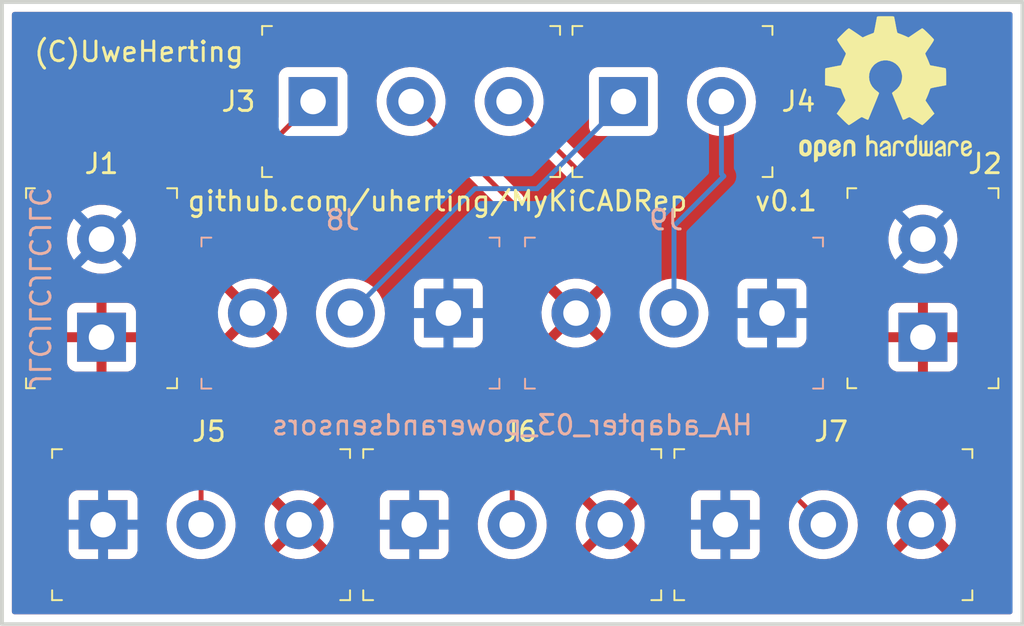
<source format=kicad_pcb>
(kicad_pcb (version 20210925) (generator pcbnew)
  (layers (0 "F.Cu" signal) (31 "B.Cu" signal) (34 "B.Paste" user) (35 "F.Paste" user) (36 "B.SilkS" user "B.Silkscreen") (37 "F.SilkS" user "F.Silkscreen") (38 "B.Mask" user) (39 "F.Mask" user) (44 "Edge.Cuts" user))
  (net 0 "")
  (net 1 "VCC")
  (net 2 "GND")
  (net 3 "SENSOR_1")
  (net 4 "SENSOR_2")
  (net 5 "SENSOR_3")
  (net 6 "SENSOR_5")
  (net 7 "SENSOR_4")
  (footprint "UH_HA:GithubLink_UH" (layer "F.Cu") (at 104.775 72.39)
    (fp_text reference "T3" hide)
    (fp_text value "github.com/uherting/MyKiCADRep" (at 0 -1.27 unlocked) (layer "F.SilkS"))
  )
  (footprint "UH_HA:PCB_Name" (layer "F.Cu") (at 108.585 83.82)
    (fp_text reference "T1" hide)
    (fp_text value "HA_adapter_03_powerandsensors" (at 0 -1.27 unlocked) (layer "B.SilkS") (effects (justify mirror)))
  )
  (footprint "UH_HA:Term_Block_1x2_P5mm" (layer "F.Cu") (at 129.54 78.065 90)
    (fp_text reference "J2" (at 8.85 3.175 180) (layer "F.SilkS"))
    (fp_text value "TerminalBlock_2pin" hide)
    (fp_line (start -2.6 -3.85) (end -2.1 -3.85) (layer "F.SilkS") (width 0.1))
    (fp_line (start 7.6 -3.85) (end 7.6 -3.4) (layer "F.SilkS") (width 0.1))
    (fp_line (start -2.6 -3.85) (end -2.6 -3.4) (layer "F.SilkS") (width 0.1))
    (fp_line (start -2.6 3.85) (end -2.1 3.85) (layer "F.SilkS") (width 0.1))
    (fp_line (start -2.6 3.85) (end -2.6 3.35) (layer "F.SilkS") (width 0.1))
    (fp_line (start 7.6 3.85) (end 7.6 3.35) (layer "F.SilkS") (width 0.1))
    (fp_line (start 7.6 -3.85) (end 7.1 -3.85) (layer "F.SilkS") (width 0.1))
    (fp_line (start 7.6 3.85) (end 7.1 3.85) (layer "F.SilkS") (width 0.1))
    (pad "1" thru_hole rect locked (at 0 0 90) (size 2.5 2.5) (drill 1.3) (layers *.Cu *.Mask) (net 1 "VCC"))
    (pad "2" thru_hole circle locked (at 5 0 90) (size 2.5 2.5) (drill 1.3) (layers *.Cu *.Mask) (net 2 "GND"))
  )
  (footprint "UH_HA:Term_Block_1x2_P5mm" (layer "F.Cu") (at 87.63 78.065 90)
    (fp_text reference "J1" (at 8.85 0 180) (layer "F.SilkS"))
    (fp_text value "TerminalBlock_2pin" hide)
    (fp_line (start 7.6 3.85) (end 7.6 3.35) (layer "F.SilkS") (width 0.1))
    (fp_line (start -2.6 -3.85) (end -2.6 -3.4) (layer "F.SilkS") (width 0.1))
    (fp_line (start -2.6 -3.85) (end -2.1 -3.85) (layer "F.SilkS") (width 0.1))
    (fp_line (start -2.6 3.85) (end -2.6 3.35) (layer "F.SilkS") (width 0.1))
    (fp_line (start 7.6 -3.85) (end 7.6 -3.4) (layer "F.SilkS") (width 0.1))
    (fp_line (start -2.6 3.85) (end -2.1 3.85) (layer "F.SilkS") (width 0.1))
    (fp_line (start 7.6 -3.85) (end 7.1 -3.85) (layer "F.SilkS") (width 0.1))
    (fp_line (start 7.6 3.85) (end 7.1 3.85) (layer "F.SilkS") (width 0.1))
    (pad "1" thru_hole rect locked (at 0 0 90) (size 2.5 2.5) (drill 1.3) (layers *.Cu *.Mask) (net 1 "VCC"))
    (pad "2" thru_hole circle locked (at 5 0 90) (size 2.5 2.5) (drill 1.3) (layers *.Cu *.Mask) (net 2 "GND"))
  )
  (footprint "UH_HA:Term_Block_1x3_P5mm" (layer "F.Cu") (at 87.71 87.63)
    (fp_text reference "J5" (at 5.4 -4.75) (layer "F.SilkS"))
    (fp_text value "TerminalBlock_3pin" hide)
    (fp_line (start 12.6 -3.85) (end 12.6 -3.4) (layer "F.SilkS") (width 0.1))
    (fp_line (start -2.6 3.85) (end -2.6 3.35) (layer "F.SilkS") (width 0.1))
    (fp_line (start -2.6 3.85) (end -2.1 3.85) (layer "F.SilkS") (width 0.1))
    (fp_line (start 12.6 3.85) (end 12.1 3.85) (layer "F.SilkS") (width 0.1))
    (fp_line (start 12.6 -3.85) (end 12.1 -3.85) (layer "F.SilkS") (width 0.1))
    (fp_line (start -2.6 -3.85) (end -2.1 -3.85) (layer "F.SilkS") (width 0.1))
    (fp_line (start -2.6 -3.85) (end -2.6 -3.4) (layer "F.SilkS") (width 0.1))
    (fp_line (start 12.6 3.85) (end 12.6 3.35) (layer "F.SilkS") (width 0.1))
    (pad "1" thru_hole rect locked (at 0 0) (size 2.5 2.5) (drill 1.3) (layers *.Cu *.Mask) (net 2 "GND"))
    (pad "2" thru_hole circle locked (at 5 0) (size 2.5 2.5) (drill 1.3) (layers *.Cu *.Mask) (net 3 "SENSOR_1"))
    (pad "3" thru_hole circle locked (at 10 0) (size 2.5 2.5) (drill 1.3) (layers *.Cu *.Mask) (net 1 "VCC"))
  )
  (footprint "UH_HA:Term_Block_1x2_P5mm" (layer "F.Cu") (at 114.26 66.04)
    (fp_text reference "J4" (at 8.93 0) (layer "F.SilkS"))
    (fp_text value "TerminalBlock_2pin" hide)
    (fp_line (start -2.6 -3.85) (end -2.6 -3.4) (layer "F.SilkS") (width 0.1))
    (fp_line (start -2.6 3.85) (end -2.6 3.35) (layer "F.SilkS") (width 0.1))
    (fp_line (start -2.6 3.85) (end -2.1 3.85) (layer "F.SilkS") (width 0.1))
    (fp_line (start 7.6 3.85) (end 7.6 3.35) (layer "F.SilkS") (width 0.1))
    (fp_line (start 7.6 3.85) (end 7.1 3.85) (layer "F.SilkS") (width 0.1))
    (fp_line (start 7.6 -3.85) (end 7.6 -3.4) (layer "F.SilkS") (width 0.1))
    (fp_line (start 7.6 -3.85) (end 7.1 -3.85) (layer "F.SilkS") (width 0.1))
    (fp_line (start -2.6 -3.85) (end -2.1 -3.85) (layer "F.SilkS") (width 0.1))
    (pad "1" thru_hole rect locked (at 0 0) (size 2.5 2.5) (drill 1.3) (layers *.Cu *.Mask) (net 7 "SENSOR_4"))
    (pad "2" thru_hole circle locked (at 5 0) (size 2.5 2.5) (drill 1.3) (layers *.Cu *.Mask) (net 6 "SENSOR_5"))
  )
  (footprint "UH_HA:PCB_Version" (layer "F.Cu") (at 122.555 72.39)
    (fp_text reference "T4" hide)
    (fp_text value "v0.1" (at 0 -1.27 unlocked) (layer "F.SilkS"))
  )
  (footprint "UH_HA:Copyright-Uwe_Herting" (layer "F.Cu") (at 89.535 64.77)
    (fp_text reference "T2" hide)
    (fp_text value "(C)UweHerting" (at 0 -1.27 unlocked) (layer "F.SilkS"))
  )
  (footprint "UH_Symbol:OSHW-Logo2_9.8x8mm_SilkScreen" (layer "F.Cu") (at 127.635 65.405)
    (fp_text reference "REF**" hide)
    (fp_text value "OSHW-Logo2_9.8x8mm_SilkScreen" hide)
    (fp_poly (pts (xy -0.840154 2.49212) (xy -0.834428 2.57198) (xy -0.827851 2.619039) (xy -0.818738 2.639566) (xy -0.805402 2.639829) (xy -0.801077 2.637378) (xy -0.743556 2.619636) (xy -0.668732 2.620672) (xy -0.592661 2.63891) (xy -0.545082 2.662505) (xy -0.496298 2.700198) (xy -0.460636 2.742855) (xy -0.436155 2.797057) (xy -0.420913 2.869384) (xy -0.41297 2.966419) (xy -0.410384 3.094742) (xy -0.410338 3.119358) (xy -0.410308 3.39587) (xy -0.471839 3.41732) (xy -0.515541 3.431912) (xy -0.539518 3.438706) (xy -0.540223 3.438769) (xy -0.542585 3.420345) (xy -0.544594 3.369526) (xy -0.546099 3.292993) (xy -0.546947 3.19743) (xy -0.547077 3.139329) (xy -0.547349 3.024771) (xy -0.548748 2.942667) (xy -0.552151 2.886393) (xy -0.558433 2.849326) (xy -0.568471 2.824844) (xy -0.583139 2.806325) (xy -0.592298 2.797406) (xy -0.655211 2.761466) (xy -0.723864 2.758775) (xy -0.786152 2.78917) (xy -0.797671 2.800144) (xy -0.814567 2.820779) (xy -0.826286 2.845256) (xy -0.833767 2.880647) (xy -0.837946 2.934026) (xy -0.839763 3.012466) (xy -0.840154 3.120617) (xy -0.840154 3.39587) (xy -0.901685 3.41732) (xy -0.945387 3.431912) (xy -0.969364 3.438706) (xy -0.97007 3.438769) (xy -0.971874 3.420069) (xy -0.9735 3.367322) (xy -0.974883 3.285557) (xy -0.975958 3.179805) (xy -0.97666 3.055094) (xy -0.976923 2.916455) (xy -0.976923 2.381806) (xy -0.849923 2.328236) (xy -0.840154 2.49212)) (layer "F.SilkS") (width 0.01) (fill solid))
    (fp_poly (pts (xy 3.570807 2.636782) (xy 3.594161 2.646988) (xy 3.649902 2.691134) (xy 3.697569 2.754967) (xy 3.727048 2.823087) (xy 3.731846 2.85667) (xy 3.71576 2.903556) (xy 3.680475 2.928365) (xy 3.642644 2.943387) (xy 3.625321 2.946155) (xy 3.616886 2.926066) (xy 3.60023 2.882351) (xy 3.592923 2.862598) (xy 3.551948 2.794271) (xy 3.492622 2.760191) (xy 3.416552 2.761239) (xy 3.410918 2.762581) (xy 3.370305 2.781836) (xy 3.340448 2.819375) (xy 3.320055 2.879809) (xy 3.307836 2.967751) (xy 3.3025 3.087813) (xy 3.302 3.151698) (xy 3.301752 3.252403) (xy 3.300126 3.321054) (xy 3.295801 3.364673) (xy 3.287454 3.390282) (xy 3.273765 3.404903) (xy 3.253411 3.415558) (xy 3.252234 3.416095) (xy 3.213038 3.432667) (xy 3.193619 3.438769) (xy 3.190635 3.420319) (xy 3.188081 3.369323) (xy 3.18614 3.292308) (xy 3.184997 3.195805) (xy 3.184769 3.125184) (xy 3.185932 2.988525) (xy 3.190479 2.884851) (xy 3.199999 2.808108) (xy 3.216081 2.752246) (xy 3.240313 2.711212) (xy 3.274286 2.678954) (xy 3.307833 2.65644) (xy 3.388499 2.626476) (xy 3.482381 2.619718) (xy 3.570807 2.636782)) (layer "F.SilkS") (width 0.01) (fill solid))
    (fp_poly (pts (xy -3.231114 2.584505) (xy -3.156461 2.621727) (xy -3.090569 2.690261) (xy -3.072423 2.715648) (xy -3.052655 2.748866) (xy -3.039828 2.784945) (xy -3.03249 2.833098) (xy -3.029187 2.902536) (xy -3.028462 2.994206) (xy -3.031737 3.11983) (xy -3.043123 3.214154) (xy -3.064959 3.284523) (xy -3.099581 3.338286) (xy -3.14933 3.382788) (xy -3.152986 3.385423) (xy -3.202015 3.412377) (xy -3.261055 3.425712) (xy -3.336141 3.429) (xy -3.458205 3.429) (xy -3.458256 3.547497) (xy -3.459392 3.613492) (xy -3.466314 3.652202) (xy -3.484402 3.675419) (xy -3.519038 3.694933) (xy -3.527355 3.69892) (xy -3.56628 3.717603) (xy -3.596417 3.729403) (xy -3.618826 3.730422) (xy -3.634567 3.716761) (xy -3.644698 3.684522) (xy -3.650277 3.629804) (xy -3.652365 3.548711) (xy -3.652019 3.437344) (xy -3.6503 3.291802) (xy -3.649763 3.248269) (xy -3.647828 3.098205) (xy -3.646096 3.000042) (xy -3.458308 3.000042) (xy -3.457252 3.083364) (xy -3.452562 3.13788) (xy -3.441949 3.173837) (xy -3.423128 3.201482) (xy -3.41035 3.214965) (xy -3.35811 3.254417) (xy -3.311858 3.257628) (xy -3.264133 3.225049) (xy -3.262923 3.223846) (xy -3.243506 3.198668) (xy -3.231693 3.164447) (xy -3.225735 3.111748) (xy -3.22388 3.031131) (xy -3.223846 3.013271) (xy -3.22833 2.902175) (xy -3.242926 2.825161) (xy -3.26935 2.778147) (xy -3.309317 2.75705) (xy -3.332416 2.754923) (xy -3.387238 2.7649) (xy -3.424842 2.797752) (xy -3.447477 2.857857) (xy -3.457394 2.949598) (xy -3.458308 3.000042) (xy -3.646096 3.000042) (xy -3.645778 2.98206) (xy -3.643127 2.894679) (xy -3.639394 2.830905) (xy -3.634093 2.785582) (xy -3.626742 2.753555) (xy -3.616857 2.729668) (xy -3.603954 2.708764) (xy -3.598421 2.700898) (xy -3.525031 2.626595) (xy -3.43224 2.584467) (xy -3.324904 2.572722) (xy -3.231114 2.584505)) (layer "F.SilkS") (width 0.01) (fill solid))
    (fp_poly (pts (xy 0.713362 2.62467) (xy 0.802117 2.657421) (xy 0.874022 2.71535) (xy 0.902144 2.756128) (xy 0.932802 2.830954) (xy 0.932165 2.885058) (xy 0.899987 2.921446) (xy 0.888081 2.927633) (xy 0.836675 2.946925) (xy 0.810422 2.941982) (xy 0.80153 2.909587) (xy 0.801077 2.891692) (xy 0.784797 2.825859) (xy 0.742365 2.779807) (xy 0.683388 2.757564) (xy 0.617475 2.763161) (xy 0.563895 2.792229) (xy 0.545798 2.80881) (xy 0.532971 2.828925) (xy 0.524306 2.859332) (xy 0.518696 2.906788) (xy 0.515035 2.97805) (xy 0.512215 3.079875) (xy 0.511484 3.112115) (xy 0.50882 3.22241) (xy 0.505792 3.300036) (xy 0.50125 3.351396) (xy 0.494046 3.38289) (xy 0.483033 3.40092) (xy 0.46706 3.411888) (xy 0.456834 3.416733) (xy 0.413406 3.433301) (xy 0.387842 3.438769) (xy 0.379395 3.420507) (xy 0.374239 3.365296) (xy 0.372346 3.272499) (xy 0.373689 3.141478) (xy 0.374107 3.121269) (xy 0.377058 3.001733) (xy 0.380548 2.914449) (xy 0.385514 2.852591) (xy 0.392893 2.809336) (xy 0.403624 2.77786) (xy 0.418645 2.751339) (xy 0.426502 2.739975) (xy 0.471553 2.689692) (xy 0.52194 2.650581) (xy 0.528108 2.647167) (xy 0.618458 2.620212) (xy 0.713362 2.62467)) (layer "F.SilkS") (width 0.01) (fill solid))
    (fp_poly (pts (xy -3.983114 2.587256) (xy -3.891536 2.635409) (xy -3.823951 2.712905) (xy -3.799943 2.762727) (xy -3.781262 2.837533) (xy -3.771699 2.932052) (xy -3.770792 3.03521) (xy -3.778079 3.135935) (xy -3.793097 3.223153) (xy -3.815385 3.285791) (xy -3.822235 3.296579) (xy -3.903368 3.377105) (xy -3.999734 3.425336) (xy -4.104299 3.43945) (xy -4.210032 3.417629) (xy -4.239457 3.404547) (xy -4.296759 3.364231) (xy -4.34705 3.310775) (xy -4.351803 3.303995) (xy -4.371122 3.271321) (xy -4.383892 3.236394) (xy -4.391436 3.190414) (xy -4.395076 3.124584) (xy -4.396135 3.030105) (xy -4.396154 3.008923) (xy -4.396106 3.002182) (xy -4.200769 3.002182) (xy -4.199632 3.091349) (xy -4.195159 3.15052) (xy -4.185754 3.188741) (xy -4.169824 3.215053) (xy -4.161692 3.223846) (xy -4.114942 3.257261) (xy -4.069553 3.255737) (xy -4.02366 3.226752) (xy -3.996288 3.195809) (xy -3.980077 3.150643) (xy -3.970974 3.07942) (xy -3.970349 3.071114) (xy -3.968796 2.942037) (xy -3.985035 2.846172) (xy -4.018848 2.784107) (xy -4.070016 2.756432) (xy -4.08828 2.754923) (xy -4.13624 2.762513) (xy -4.169047 2.788808) (xy -4.189105 2.839095) (xy -4.198822 2.918664) (xy -4.200769 3.002182) (xy -4.396106 3.002182) (xy -4.395426 2.908249) (xy -4.392371 2.837906) (xy -4.385678 2.789163) (xy -4.37404 2.753288) (xy -4.356147 2.721548) (xy -4.352192 2.715648) (xy -4.285733 2.636104) (xy -4.213315 2.589929) (xy -4.125151 2.571599) (xy -4.095213 2.570703) (xy -3.983114 2.587256)) (layer "F.SilkS") (width 0.01) (fill solid))
    (fp_poly (pts (xy 2.887333 2.633528) (xy 2.94359 2.659117) (xy 2.987747 2.690124) (xy 3.020101 2.724795) (xy 3.042438 2.76952) (xy 3.056546 2.830692) (xy 3.064211 2.914701) (xy 3.06722 3.02794) (xy 3.067538 3.102509) (xy 3.067538 3.39342) (xy 3.017773 3.416095) (xy 2.978576 3.432667) (xy 2.959157 3.438769) (xy 2.955442 3.42061) (xy 2.952495 3.371648) (xy 2.950691 3.300153) (xy 2.950308 3.243385) (xy 2.948661 3.161371) (xy 2.944222 3.096309) (xy 2.93774 3.056467) (xy 2.93259 3.048) (xy 2.897977 3.056646) (xy 2.84364 3.078823) (xy 2.780722 3.108886) (xy 2.720368 3.141192) (xy 2.673721 3.170098) (xy 2.651926 3.189961) (xy 2.651839 3.190175) (xy 2.653714 3.226935) (xy 2.670525 3.262026) (xy 2.700039 3.290528) (xy 2.743116 3.300061) (xy 2.779932 3.29895) (xy 2.832074 3.298133) (xy 2.859444 3.310349) (xy 2.875882 3.342624) (xy 2.877955 3.34871) (xy 2.885081 3.394739) (xy 2.866024 3.422687) (xy 2.816353 3.436007) (xy 2.762697 3.43847) (xy 2.666142 3.42021) (xy 2.616159 3.394131) (xy 2.554429 3.332868) (xy 2.52169 3.25767) (xy 2.518753 3.178211) (xy 2.546424 3.104167) (xy 2.588047 3.057769) (xy 2.629604 3.031793) (xy 2.694922 2.998907) (xy 2.771038 2.965557) (xy 2.783726 2.960461) (xy 2.867333 2.923565) (xy 2.91553 2.891046) (xy 2.93103 2.858718) (xy 2.91655 2.822394) (xy 2.891692 2.794) (xy 2.832939 2.759039) (xy 2.768293 2.756417) (xy 2.709008 2.783358) (xy 2.666339 2.837088) (xy 2.660739 2.85095) (xy 2.628133 2.901936) (xy 2.58053 2.939787) (xy 2.520461 2.97085) (xy 2.520461 2.882768) (xy 2.523997 2.828951) (xy 2.539156 2.786534) (xy 2.572768 2.741279) (xy 2.605035 2.70642) (xy 2.655209 2.657062) (xy 2.694193 2.630547) (xy 2.736064 2.619911) (xy 2.78346 2.618154) (xy 2.887333 2.633528)) (layer "F.SilkS") (width 0.01) (fill solid))
    (fp_poly (pts (xy 1.602081 2.780289) (xy 1.601833 2.92632) (xy 1.600872 3.038655) (xy 1.598794 3.122678) (xy 1.595193 3.183769) (xy 1.589665 3.227309) (xy 1.581804 3.258679) (xy 1.571207 3.283262) (xy 1.563182 3.297294) (xy 1.496728 3.373388) (xy 1.41247 3.421084) (xy 1.319249 3.438199) (xy 1.2259 3.422546) (xy 1.170312 3.394418) (xy 1.111957 3.34576) (xy 1.072186 3.286333) (xy 1.04819 3.208507) (xy 1.037161 3.104652) (xy 1.035599 3.028462) (xy 1.035809 3.022986) (xy 1.172308 3.022986) (xy 1.173141 3.110355) (xy 1.176961 3.168192) (xy 1.185746 3.206029) (xy 1.201474 3.233398) (xy 1.220266 3.254042) (xy 1.283375 3.29389) (xy 1.351137 3.297295) (xy 1.415179 3.264025) (xy 1.420164 3.259517) (xy 1.441439 3.236067) (xy 1.454779 3.208166) (xy 1.462001 3.166641) (xy 1.464923 3.102316) (xy 1.465385 3.0312) (xy 1.464383 2.941858) (xy 1.460238 2.882258) (xy 1.451236 2.843089) (xy 1.435667 2.81504) (xy 1.422902 2.800144) (xy 1.3636 2.762575) (xy 1.295301 2.758057) (xy 1.23011 2.786753) (xy 1.217528 2.797406) (xy 1.196111 2.821063) (xy 1.182744 2.849251) (xy 1.175566 2.891245) (xy 1.172719 2.956319) (xy 1.172308 3.022986) (xy 1.035809 3.022986) (xy 1.040322 2.905765) (xy 1.056362 2.813577) (xy 1.086528 2.744269) (xy 1.133629 2.690211) (xy 1.170312 2.662505) (xy 1.23699 2.632572) (xy 1.314272 2.618678) (xy 1.38611 2.622397) (xy 1.426308 2.6374) (xy 1.442082 2.64167) (xy 1.45255 2.62575) (xy 1.459856 2.583089) (xy 1.465385 2.518106) (xy 1.471437 2.445732) (xy 1.479844 2.402187) (xy 1.495141 2.377287) (xy 1.521864 2.360845) (xy 1.538654 2.353564) (xy 1.602154 2.326963) (xy 1.602081 2.780289)) (layer "F.SilkS") (width 0.01) (fill solid))
    (fp_poly (pts (xy 0.053501 2.626303) (xy 0.13006 2.654733) (xy 0.130936 2.655279) (xy 0.178285 2.690127) (xy 0.213241 2.730852) (xy 0.237825 2.783925) (xy 0.254062 2.855814) (xy 0.263975 2.952992) (xy 0.269586 3.081928) (xy 0.270077 3.100298) (xy 0.277141 3.377287) (xy 0.217695 3.408028) (xy 0.174681 3.428802) (xy 0.14871 3.438646) (xy 0.147509 3.438769) (xy 0.143014 3.420606) (xy 0.139444 3.371612) (xy 0.137248 3.300031) (xy 0.136769 3.242068) (xy 0.136758 3.14817) (xy 0.132466 3.089203) (xy 0.117503 3.061079) (xy 0.085482 3.059706) (xy 0.030014 3.080998) (xy -0.053731 3.120136) (xy -0.115311 3.152643) (xy -0.146983 3.180845) (xy -0.156294 3.211582) (xy -0.156308 3.213104) (xy -0.140943 3.266054) (xy -0.095453 3.29466) (xy -0.025834 3.298803) (xy 0.024313 3.298084) (xy 0.050754 3.312527) (xy 0.067243 3.347218) (xy 0.076733 3.391416) (xy 0.063057 3.416493) (xy 0.057907 3.420082) (xy 0.009425 3.434496) (xy -0.058469 3.436537) (xy -0.128388 3.426983) (xy -0.177932 3.409522) (xy -0.24643 3.351364) (xy -0.285366 3.270408) (xy -0.293077 3.20716) (xy -0.287193 3.150111) (xy -0.265899 3.103542) (xy -0.223735 3.062181) (xy -0.155241 3.020755) (xy -0.054956 2.973993) (xy -0.048846 2.97135) (xy 0.04149 2.929617) (xy 0.097235 2.895391) (xy 0.121129 2.864635) (xy 0.115913 2.833311) (xy 0.084328 2.797383) (xy 0.074883 2.789116) (xy 0.011617 2.757058) (xy -0.053936 2.758407) (xy -0.111028 2.789838) (xy -0.148907 2.848024) (xy -0.152426 2.859446) (xy -0.1867 2.914837) (xy -0.230191 2.941518) (xy -0.293077 2.96796) (xy -0.293077 2.899548) (xy -0.273948 2.80011) (xy -0.217169 2.708902) (xy -0.187622 2.678389) (xy -0.120458 2.639228) (xy -0.035044 2.6215) (xy 0.053501 2.626303)) (layer "F.SilkS") (width 0.01) (fill solid))
    (fp_poly (pts (xy -2.465746 2.599745) (xy -2.388714 2.651567) (xy -2.329184 2.726412) (xy -2.293622 2.821654) (xy -2.286429 2.891756) (xy -2.287246 2.921009) (xy -2.294086 2.943407) (xy -2.312888 2.963474) (xy -2.349592 2.985733) (xy -2.410138 3.014709) (xy -2.500466 3.054927) (xy -2.500923 3.055129) (xy -2.584067 3.09321) (xy -2.652247 3.127025) (xy -2.698495 3.152933) (xy -2.715842 3.167295) (xy -2.715846 3.167411) (xy -2.700557 3.198685) (xy -2.664804 3.233157) (xy -2.623758 3.25799) (xy -2.602963 3.262923) (xy -2.54623 3.245862) (xy -2.497373 3.203133) (xy -2.473535 3.156155) (xy -2.450603 3.121522) (xy -2.405682 3.082081) (xy -2.352877 3.048009) (xy -2.30629 3.02948) (xy -2.296548 3.028462) (xy -2.285582 3.045215) (xy -2.284921 3.088039) (xy -2.29298 3.145781) (xy -2.308173 3.207289) (xy -2.328914 3.261409) (xy -2.329962 3.26351) (xy -2.392379 3.35066) (xy -2.473274 3.409939) (xy -2.565144 3.439034) (xy -2.660487 3.435634) (xy -2.751802 3.397428) (xy -2.755862 3.394741) (xy -2.827694 3.329642) (xy -2.874927 3.244705) (xy -2.901066 3.133021) (xy -2.904574 3.101643) (xy -2.910787 2.953536) (xy -2.903339 2.884468) (xy -2.715846 2.884468) (xy -2.71341 2.927552) (xy -2.700086 2.940126) (xy -2.666868 2.930719) (xy -2.614506 2.908483) (xy -2.555976 2.88061) (xy -2.554521 2.879872) (xy -2.504911 2.853777) (xy -2.485 2.836363) (xy -2.48991 2.818107) (xy -2.510584 2.79412) (xy -2.563181 2.759406) (xy -2.619823 2.756856) (xy -2.670631 2.782119) (xy -2.705724 2.830847) (xy -2.715846 2.884468) (xy -2.903339 2.884468) (xy -2.898008 2.835036) (xy -2.865222 2.741055) (xy -2.819579 2.675215) (xy -2.737198 2.608681) (xy -2.646454 2.575676) (xy -2.553815 2.573573) (xy -2.465746 2.599745)) (layer "F.SilkS") (width 0.01) (fill solid))
    (fp_poly (pts (xy 2.395929 2.636662) (xy 2.398911 2.688068) (xy 2.401247 2.766192) (xy 2.402749 2.864857) (xy 2.403231 2.968343) (xy 2.403231 3.318533) (xy 2.341401 3.380363) (xy 2.298793 3.418462) (xy 2.26139 3.433895) (xy 2.21027 3.432918) (xy 2.189978 3.430433) (xy 2.126554 3.4232) (xy 2.074095 3.419055) (xy 2.061308 3.418672) (xy 2.018199 3.421176) (xy 1.956544 3.427462) (xy 1.932638 3.430433) (xy 1.873922 3.435028) (xy 1.834464 3.425046) (xy 1.795338 3.394228) (xy 1.781215 3.380363) (xy 1.719385 3.318533) (xy 1.719385 2.663503) (xy 1.76915 2.640829) (xy 1.812002 2.624034) (xy 1.837073 2.618154) (xy 1.843501 2.636736) (xy 1.849509 2.688655) (xy 1.854697 2.768172) (xy 1.858664 2.869546) (xy 1.860577 2.955192) (xy 1.865923 3.292231) (xy 1.91256 3.298825) (xy 1.954976 3.294214) (xy 1.97576 3.279287) (xy 1.98157 3.251377) (xy 1.98653 3.191925) (xy 1.990246 3.108466) (xy 1.992324 3.008532) (xy 1.992624 2.957104) (xy 1.992923 2.661054) (xy 2.054454 2.639604) (xy 2.098004 2.62502) (xy 2.121694 2.618219) (xy 2.122377 2.618154) (xy 2.124754 2.636642) (xy 2.127366 2.687906) (xy 2.129995 2.765649) (xy 2.132421 2.863574) (xy 2.134115 2.955192) (xy 2.139461 3.292231) (xy 2.256692 3.292231) (xy 2.262072 2.984746) (xy 2.267451 2.677261) (xy 2.324601 2.647707) (xy 2.366797 2.627413) (xy 2.39177 2.618204) (xy 2.392491 2.618154) (xy 2.395929 2.636662)) (layer "F.SilkS") (width 0.01) (fill solid))
    (fp_poly (pts (xy 4.245224 2.647838) (xy 4.322528 2.698361) (xy 4.359814 2.74359) (xy 4.389353 2.825663) (xy 4.391699 2.890607) (xy 4.386385 2.977445) (xy 4.186115 3.065103) (xy 4.088739 3.109887) (xy 4.025113 3.145913) (xy 3.992029 3.177117) (xy 3.98628 3.207436) (xy 4.004658 3.240805) (xy 4.024923 3.262923) (xy 4.083889 3.298393) (xy 4.148024 3.300879) (xy 4.206926 3.273235) (xy 4.250197 3.21832) (xy 4.257936 3.198928) (xy 4.295006 3.138364) (xy 4.337654 3.112552) (xy 4.396154 3.090471) (xy 4.396154 3.174184) (xy 4.390982 3.23115) (xy 4.370723 3.279189) (xy 4.328262 3.334346) (xy 4.321951 3.341514) (xy 4.27472 3.390585) (xy 4.234121 3.41692) (xy 4.183328 3.429035) (xy 4.14122 3.433003) (xy 4.065902 3.433991) (xy 4.012286 3.421466) (xy 3.978838 3.402869) (xy 3.926268 3.361975) (xy 3.889879 3.317748) (xy 3.86685 3.262126) (xy 3.854359 3.187047) (xy 3.849587 3.084449) (xy 3.849206 3.032376) (xy 3.850501 2.969948) (xy 3.968471 2.969948) (xy 3.969839 3.003438) (xy 3.973249 3.008923) (xy 3.995753 3.001472) (xy 4.044182 2.981753) (xy 4.108908 2.953718) (xy 4.122443 2.947692) (xy 4.204244 2.906096) (xy 4.249312 2.869538) (xy 4.259217 2.835296) (xy 4.235526 2.800648) (xy 4.21596 2.785339) (xy 4.14536 2.754721) (xy 4.07928 2.75978) (xy 4.023959 2.797151) (xy 3.985636 2.863473) (xy 3.973349 2.916116) (xy 3.968471 2.969948) (xy 3.850501 2.969948) (xy 3.85173 2.91072) (xy 3.861032 2.82071) (xy 3.87946 2.755167) (xy 3.90936 2.706912) (xy 3.95308 2.668767) (xy 3.972141 2.65644) (xy 4.058726 2.624336) (xy 4.153522 2.622316) (xy 4.245224 2.647838)) (layer "F.SilkS") (width 0.01) (fill solid))
    (fp_poly (pts (xy 0.139878 -3.712224) (xy 0.245612 -3.711645) (xy 0.322132 -3.710078) (xy 0.374372 -3.707028) (xy 0.407263 -3.702004) (xy 0.425737 -3.694511) (xy 0.434727 -3.684056) (xy 0.439163 -3.670147) (xy 0.439594 -3.668346) (xy 0.446333 -3.635855) (xy 0.458808 -3.571748) (xy 0.475719 -3.482849) (xy 0.495771 -3.375981) (xy 0.517664 -3.257967) (xy 0.518429 -3.253822) (xy 0.540359 -3.138169) (xy 0.560877 -3.035986) (xy 0.578659 -2.953402) (xy 0.592381 -2.896544) (xy 0.600718 -2.871542) (xy 0.601116 -2.871099) (xy 0.625677 -2.85889) (xy 0.676315 -2.838544) (xy 0.742095 -2.814455) (xy 0.742461 -2.814326) (xy 0.825317 -2.783182) (xy 0.923 -2.743509) (xy 1.015077 -2.703619) (xy 1.019434 -2.701647) (xy 1.169407 -2.63358) (xy 1.501498 -2.860361) (xy 1.603374 -2.929496) (xy 1.695657 -2.991303) (xy 1.773003 -3.042267) (xy 1.830064 -3.078873) (xy 1.861495 -3.097606) (xy 1.864479 -3.098996) (xy 1.887321 -3.09281) (xy 1.929982 -3.062965) (xy 1.994128 -3.008053) (xy 2.081421 -2.926666) (xy 2.170535 -2.840078) (xy 2.256441 -2.754753) (xy 2.333327 -2.676892) (xy 2.396564 -2.611303) (xy 2.441523 -2.562795) (xy 2.463576 -2.536175) (xy 2.464396 -2.534805) (xy 2.466834 -2.516537) (xy 2.45765 -2.486705) (xy 2.434574 -2.441279) (xy 2.395337 -2.37623) (xy 2.33767 -2.28753) (xy 2.260795 -2.173343) (xy 2.19257 -2.072838) (xy 2.131582 -1.982697) (xy 2.081356 -1.908151) (xy 2.045416 -1.854435) (xy 2.027287 -1.826782) (xy 2.026146 -1.824905) (xy 2.028359 -1.79841) (xy 2.045138 -1.746914) (xy 2.073142 -1.680149) (xy 2.083122 -1.658828) (xy 2.126672 -1.563841) (xy 2.173134 -1.456063) (xy 2.210877 -1.362808) (xy 2.238073 -1.293594) (xy 2.259675 -1.240994) (xy 2.272158 -1.213503) (xy 2.273709 -1.211384) (xy 2.296668 -1.207876) (xy 2.350786 -1.198262) (xy 2.428868 -1.183911) (xy 2.523719 -1.166193) (xy 2.628143 -1.146475) (xy 2.734944 -1.126126) (xy 2.836926 -1.106514) (xy 2.926894 -1.089009) (xy 2.997653 -1.074978) (xy 3.042006 -1.065791) (xy 3.052885 -1.063193) (xy 3.064122 -1.056782) (xy 3.072605 -1.042303) (xy 3.078714 -1.014867) (xy 3.082832 -0.969589) (xy 3.085341 -0.90158) (xy 3.086621 -0.805953) (xy 3.087054 -0.67782) (xy 3.087077 -0.625299) (xy 3.087077 -0.198155) (xy 2.9845 -0.177909) (xy 2.927431 -0.16693) (xy 2.842269 -0.150905) (xy 2.739372 -0.131767) (xy 2.629096 -0.111449) (xy 2.598615 -0.105868) (xy 2.496855 -0.086083) (xy 2.408205 -0.066627) (xy 2.340108 -0.049303) (xy 2.300004 -0.035912) (xy 2.293323 -0.031921) (xy 2.276919 -0.003658) (xy 2.253399 0.051109) (xy 2.227316 0.121588) (xy 2.222142 0.136769) (xy 2.187956 0.230896) (xy 2.145523 0.337101) (xy 2.103997 0.432473) (xy 2.103792 0.432916) (xy 2.03464 0.582525) (xy 2.489512 1.251617) (xy 2.1975 1.544116) (xy 2.10918 1.63117) (xy 2.028625 1.707909) (xy 1.96036 1.770237) (xy 1.908908 1.814056) (xy 1.878794 1.83527) (xy 1.874474 1.836616) (xy 1.849111 1.826016) (xy 1.797358 1.796547) (xy 1.724868 1.751705) (xy 1.637294 1.694984) (xy 1.542612 1.631462) (xy 1.446516 1.566668) (xy 1.360837 1.510287) (xy 1.291016 1.465788) (xy 1.242494 1.436639) (xy 1.220782 1.426308) (xy 1.194293 1.43505) (xy 1.144062 1.458087) (xy 1.080451 1.490631) (xy 1.073708 1.494249) (xy 0.988046 1.53721) (xy 0.929306 1.558279) (xy 0.892772 1.558503) (xy 0.873731 1.538928) (xy 0.87362 1.538654) (xy 0.864102 1.515472) (xy 0.841403 1.460441) (xy 0.807282 1.377822) (xy 0.7635 1.271872) (xy 0.711816 1.146852) (xy 0.653992 1.00702) (xy 0.597991 0.871637) (xy 0.536447 0.722234) (xy 0.479939 0.583832) (xy 0.430161 0.460673) (xy 0.388806 0.357002) (xy 0.357568 0.277059) (xy 0.338141 0.225088) (xy 0.332154 0.205692) (xy 0.347168 0.183443) (xy 0.386439 0.147982) (xy 0.438807 0.108887) (xy 0.587941 -0.014755) (xy 0.704511 -0.156478) (xy 0.787118 -0.313296) (xy 0.834366 -0.482225) (xy 0.844857 -0.660278) (xy 0.837231 -0.742461) (xy 0.795682 -0.912969) (xy 0.724123 -1.063541) (xy 0.626995 -1.192691) (xy 0.508734 -1.298936) (xy 0.37378 -1.38079) (xy 0.226571 -1.436768) (xy 0.071544 -1.465385) (xy -0.086861 -1.465156) (xy -0.244206 -1.434595) (xy -0.396054 -1.372218) (xy -0.537965 -1.27654) (xy -0.597197 -1.222428) (xy -0.710797 -1.08348) (xy -0.789894 -0.931639) (xy -0.835014 -0.771333) (xy -0.846684 -0.606988) (xy -0.825431 -0.443029) (xy -0.77178 -0.283882) (xy -0.68626 -0.133975) (xy -0.569395 0.002267) (xy -0.438807 0.108887) (xy -0.384412 0.149642) (xy -0.345986 0.184718) (xy -0.332154 0.205726) (xy -0.339397 0.228635) (xy -0.359995 0.283365) (xy -0.392254 0.365672) (xy -0.434479 0.471315) (xy -0.484977 0.59605) (xy -0.542052 0.735636) (xy -0.598146 0.87167) (xy -0.660033 1.021201) (xy -0.717356 1.159767) (xy -0.768356 1.283107) (xy -0.811273 1.386964) (xy -0.844347 1.46708) (xy -0.865819 1.519195) (xy -0.873775 1.538654) (xy -0.892571 1.558423) (xy -0.928926 1.558365) (xy -0.987521 1.537441) (xy -1.073032 1.494613) (xy -1.073708 1.494249) (xy -1.138093 1.461012) (xy -1.190139 1.436802) (xy -1.219488 1.426404) (xy -1.220783 1.426308) (xy -1.242876 1.436855) (xy -1.291652 1.466184) (xy -1.361669 1.510827) (xy -1.447486 1.567314) (xy -1.542612 1.631462) (xy -1.63946 1.696411) (xy -1.726747 1.752896) (xy -1.798819 1.797421) (xy -1.850023 1.82649) (xy -1.874474 1.836616) (xy -1.89699 1.823307) (xy -1.942258 1.786112) (xy -2.005756 1.729128) (xy -2.082961 1.656449) (xy -2.169349 1.572171) (xy -2.197601 1.544016) (xy -2.489713 1.251416) (xy -2.267369 0.925104) (xy -2.199798 0.824897) (xy -2.140493 0.734963) (xy -2.092783 0.66051) (xy -2.059993 0.606751) (xy -2.045452 0.578894) (xy -2.045026 0.576912) (xy -2.052692 0.550655) (xy -2.073311 0.497837) (xy -2.103315 0.42731) (xy -2.124375 0.380093) (xy -2.163752 0.289694) (xy -2.200835 0.198366) (xy -2.229585 0.1212) (xy -2.237395 0.097692) (xy -2.259583 0.034916) (xy -2.281273 -0.013589) (xy -2.293187 -0.031921) (xy -2.319477 -0.043141) (xy -2.376858 -0.059046) (xy -2.457882 -0.077833) (xy -2.555105 -0.097701) (xy -2.598615 -0.105868) (xy -2.709104 -0.126171) (xy -2.815084 -0.14583) (xy -2.906199 -0.162912) (xy -2.972092 -0.175482) (xy -2.9845 -0.177909) (xy -3.087077 -0.198155) (xy -3.087077 -0.625299) (xy -3.086847 -0.765754) (xy -3.085901 -0.872021) (xy -3.083859 -0.948987) (xy -3.080338 -1.00154) (xy -3.074957 -1.034567) (xy -3.067334 -1.052955) (xy -3.057088 -1.061592) (xy -3.052885 -1.063193) (xy -3.02753 -1.068873) (xy -2.971516 -1.080205) (xy -2.892036 -1.095821) (xy -2.796288 -1.114353) (xy -2.691467 -1.134431) (xy -2.584768 -1.154688) (xy -2.483387 -1.173754) (xy -2.394521 -1.190261) (xy -2.325363 -1.202841) (xy -2.283111 -1.210125) (xy -2.27371 -1.211384) (xy -2.265193 -1.228237) (xy -2.24634 -1.27313) (xy -2.220676 -1.33757) (xy -2.210877 -1.362808) (xy -2.171352 -1.460314) (xy -2.124808 -1.568041) (xy -2.083123 -1.658828) (xy -2.05245 -1.728247) (xy -2.032044 -1.78529) (xy -2.025232 -1.820223) (xy -2.026318 -1.824905) (xy -2.040715 -1.847009) (xy -2.073588 -1.896169) (xy -2.12141 -1.967152) (xy -2.180652 -2.054722) (xy -2.247785 -2.153643) (xy -2.261059 -2.17317) (xy -2.338954 -2.28886) (xy -2.396213 -2.376956) (xy -2.435119 -2.441514) (xy -2.457956 -2.486589) (xy -2.467006 -2.516237) (xy -2.464552 -2.534515) (xy -2.464489 -2.534631) (xy -2.445173 -2.558639) (xy -2.402449 -2.605053) (xy -2.340949 -2.669063) (xy -2.265302 -2.745855) (xy -2.180139 -2.830618) (xy -2.170535 -2.840078) (xy -2.06321 -2.944011) (xy -1.980385 -3.020325) (xy -1.920395 -3.070429) (xy -1.881577 -3.09573) (xy -1.86448 -3.098996) (xy -1.839527 -3.08475) (xy -1.787745 -3.051844) (xy -1.71448 -3.003792) (xy -1.62508 -2.94411) (xy -1.524889 -2.876312) (xy -1.501499 -2.860361) (xy -1.169407 -2.63358) (xy -1.019435 -2.701647) (xy -0.92823 -2.741315) (xy -0.830331 -2.781209) (xy -0.746169 -2.813017) (xy -0.742462 -2.814326) (xy -0.676631 -2.838424) (xy -0.625884 -2.8588) (xy -0.601158 -2.871064) (xy -0.601116 -2.871099) (xy -0.593271 -2.893266) (xy -0.579934 -2.947783) (xy -0.56243 -3.02852) (xy -0.542083 -3.12935) (xy -0.520218 -3.244144) (xy -0.518429 -3.253822) (xy -0.496496 -3.372096) (xy -0.47636 -3.479458) (xy -0.45932 -3.569083) (xy -0.446672 -3.634149) (xy -0.439716 -3.667832) (xy -0.439594 -3.668346) (xy -0.435361 -3.682675) (xy -0.427129 -3.693493) (xy -0.409967 -3.701294) (xy -0.378942 -3.706571) (xy -0.329122 -3.709818) (xy -0.255576 -3.711528) (xy -0.153371 -3.712193) (xy -0.017575 -3.712307) (xy 0 -3.712308) (xy 0.139878 -3.712224)) (layer "F.SilkS") (width 0.01) (fill solid))
    (fp_poly (pts (xy -1.728336 2.595089) (xy -1.665633 2.631358) (xy -1.622039 2.667358) (xy -1.590155 2.705075) (xy -1.56819 2.751199) (xy -1.554351 2.812421) (xy -1.546847 2.895431) (xy -1.543883 3.006919) (xy -1.543539 3.087062) (xy -1.543539 3.382065) (xy -1.709615 3.456515) (xy -1.719385 3.133402) (xy -1.723421 3.012729) (xy -1.727656 2.925141) (xy -1.732903 2.86465) (xy -1.739975 2.825268) (xy -1.749689 2.801007) (xy -1.762856 2.78588) (xy -1.767081 2.782606) (xy -1.831091 2.757034) (xy -1.895792 2.767153) (xy -1.934308 2.794) (xy -1.949975 2.813024) (xy -1.96082 2.837988) (xy -1.967712 2.875834) (xy -1.971521 2.933502) (xy -1.973117 3.017935) (xy -1.973385 3.105928) (xy -1.973437 3.216323) (xy -1.975328 3.294463) (xy -1.981655 3.347165) (xy -1.995017 3.381242) (xy -2.018015 3.403511) (xy -2.053246 3.420787) (xy -2.100303 3.438738) (xy -2.151697 3.458278) (xy -2.145579 3.111485) (xy -2.143116 2.986468) (xy -2.140233 2.894082) (xy -2.136102 2.827881) (xy -2.129893 2.78142) (xy -2.120774 2.748256) (xy -2.107917 2.721944) (xy -2.092416 2.698729) (xy -2.017629 2.624569) (xy -1.926372 2.581684) (xy -1.827117 2.571412) (xy -1.728336 2.595089)) (layer "F.SilkS") (width 0.01) (fill solid))
  )
  (footprint "UH_HA:Term_Block_1x3_P5mm" (layer "F.Cu") (at 103.585 87.63)
    (fp_text reference "J6" (at 5.4 -4.75) (layer "F.SilkS"))
    (fp_text value "TerminalBlock_3pin" hide)
    (fp_line (start -2.6 3.85) (end -2.1 3.85) (layer "F.SilkS") (width 0.1))
    (fp_line (start 12.6 3.85) (end 12.1 3.85) (layer "F.SilkS") (width 0.1))
    (fp_line (start 12.6 -3.85) (end 12.6 -3.4) (layer "F.SilkS") (width 0.1))
    (fp_line (start 12.6 -3.85) (end 12.1 -3.85) (layer "F.SilkS") (width 0.1))
    (fp_line (start 12.6 3.85) (end 12.6 3.35) (layer "F.SilkS") (width 0.1))
    (fp_line (start -2.6 -3.85) (end -2.1 -3.85) (layer "F.SilkS") (width 0.1))
    (fp_line (start -2.6 3.85) (end -2.6 3.35) (layer "F.SilkS") (width 0.1))
    (fp_line (start -2.6 -3.85) (end -2.6 -3.4) (layer "F.SilkS") (width 0.1))
    (pad "1" thru_hole rect locked (at 0 0) (size 2.5 2.5) (drill 1.3) (layers *.Cu *.Mask) (net 2 "GND"))
    (pad "2" thru_hole circle locked (at 5 0) (size 2.5 2.5) (drill 1.3) (layers *.Cu *.Mask) (net 4 "SENSOR_2"))
    (pad "3" thru_hole circle locked (at 10 0) (size 2.5 2.5) (drill 1.3) (layers *.Cu *.Mask) (net 1 "VCC"))
  )
  (footprint "UH_HA:Term_Block_1x3_P5mm" (layer "F.Cu") (at 98.425 66.04)
    (fp_text reference "J3" (at -3.81 0) (layer "F.SilkS"))
    (fp_text value "TerminalBlock_3pin" hide)
    (fp_line (start 12.6 3.85) (end 12.6 3.35) (layer "F.SilkS") (width 0.1))
    (fp_line (start 12.6 3.85) (end 12.1 3.85) (layer "F.SilkS") (width 0.1))
    (fp_line (start -2.6 -3.85) (end -2.1 -3.85) (layer "F.SilkS") (width 0.1))
    (fp_line (start 12.6 -3.85) (end 12.1 -3.85) (layer "F.SilkS") (width 0.1))
    (fp_line (start -2.6 3.85) (end -2.6 3.35) (layer "F.SilkS") (width 0.1))
    (fp_line (start -2.6 -3.85) (end -2.6 -3.4) (layer "F.SilkS") (width 0.1))
    (fp_line (start 12.6 -3.85) (end 12.6 -3.4) (layer "F.SilkS") (width 0.1))
    (fp_line (start -2.6 3.85) (end -2.1 3.85) (layer "F.SilkS") (width 0.1))
    (pad "1" thru_hole rect locked (at 0 0) (size 2.5 2.5) (drill 1.3) (layers *.Cu *.Mask) (net 3 "SENSOR_1"))
    (pad "2" thru_hole circle locked (at 5 0) (size 2.5 2.5) (drill 1.3) (layers *.Cu *.Mask) (net 4 "SENSOR_2"))
    (pad "3" thru_hole circle locked (at 10 0) (size 2.5 2.5) (drill 1.3) (layers *.Cu *.Mask) (net 5 "SENSOR_3"))
  )
  (footprint "UH_HA:Term_Block_1x3_P5mm" (layer "F.Cu") (at 119.46 87.63)
    (fp_text reference "J7" (at 5.4 -4.75) (layer "F.SilkS"))
    (fp_text value "TerminalBlock_3pin" hide)
    (fp_line (start -2.6 3.85) (end -2.6 3.35) (layer "F.SilkS") (width 0.1))
    (fp_line (start -2.6 -3.85) (end -2.1 -3.85) (layer "F.SilkS") (width 0.1))
    (fp_line (start -2.6 3.85) (end -2.1 3.85) (layer "F.SilkS") (width 0.1))
    (fp_line (start 12.6 -3.85) (end 12.1 -3.85) (layer "F.SilkS") (width 0.1))
    (fp_line (start 12.6 -3.85) (end 12.6 -3.4) (layer "F.SilkS") (width 0.1))
    (fp_line (start -2.6 -3.85) (end -2.6 -3.4) (layer "F.SilkS") (width 0.1))
    (fp_line (start 12.6 3.85) (end 12.1 3.85) (layer "F.SilkS") (width 0.1))
    (fp_line (start 12.6 3.85) (end 12.6 3.35) (layer "F.SilkS") (width 0.1))
    (pad "1" thru_hole rect locked (at 0 0) (size 2.5 2.5) (drill 1.3) (layers *.Cu *.Mask) (net 2 "GND"))
    (pad "2" thru_hole circle locked (at 5 0) (size 2.5 2.5) (drill 1.3) (layers *.Cu *.Mask) (net 5 "SENSOR_3"))
    (pad "3" thru_hole circle locked (at 10 0) (size 2.5 2.5) (drill 1.3) (layers *.Cu *.Mask) (net 1 "VCC"))
  )
  (footprint "UH_HA:Term_Block_1x3_P5mm" (layer "B.Cu") (at 121.84 76.835 180)
    (fp_text reference "J9" (at 5.4 4.75) (layer "B.SilkS") (effects (justify mirror)))
    (fp_text value "TerminalBlock_3pin" hide)
    (fp_line (start 12.6 -3.85) (end 12.6 -3.35) (layer "B.SilkS") (width 0.1))
    (fp_line (start 12.6 -3.85) (end 12.1 -3.85) (layer "B.SilkS") (width 0.1))
    (fp_line (start 12.6 3.85) (end 12.1 3.85) (layer "B.SilkS") (width 0.1))
    (fp_line (start -2.6 3.85) (end -2.6 3.4) (layer "B.SilkS") (width 0.1))
    (fp_line (start -2.6 3.85) (end -2.1 3.85) (layer "B.SilkS") (width 0.1))
    (fp_line (start 12.6 3.85) (end 12.6 3.4) (layer "B.SilkS") (width 0.1))
    (fp_line (start -2.6 -3.85) (end -2.1 -3.85) (layer "B.SilkS") (width 0.1))
    (fp_line (start -2.6 -3.85) (end -2.6 -3.35) (layer "B.SilkS") (width 0.1))
    (pad "1" thru_hole rect locked (at 0 0 180) (size 2.5 2.5) (drill 1.3) (layers *.Cu *.Mask) (net 2 "GND"))
    (pad "2" thru_hole circle locked (at 5 0 180) (size 2.5 2.5) (drill 1.3) (layers *.Cu *.Mask) (net 6 "SENSOR_5"))
    (pad "3" thru_hole circle locked (at 10 0 180) (size 2.5 2.5) (drill 1.3) (layers *.Cu *.Mask) (net 1 "VCC"))
  )
  (footprint "UH_HA:Term_Block_1x3_P5mm" (layer "B.Cu") (at 105.33 76.835 180)
    (fp_text reference "J8" (at 5.4 4.75) (layer "B.SilkS") (effects (justify mirror)))
    (fp_text value "TerminalBlock_3pin" hide)
    (fp_line (start 12.6 3.85) (end 12.1 3.85) (layer "B.SilkS") (width 0.1))
    (fp_line (start -2.6 -3.85) (end -2.1 -3.85) (layer "B.SilkS") (width 0.1))
    (fp_line (start -2.6 -3.85) (end -2.6 -3.35) (layer "B.SilkS") (width 0.1))
    (fp_line (start -2.6 3.85) (end -2.6 3.4) (layer "B.SilkS") (width 0.1))
    (fp_line (start 12.6 -3.85) (end 12.6 -3.35) (layer "B.SilkS") (width 0.1))
    (fp_line (start -2.6 3.85) (end -2.1 3.85) (layer "B.SilkS") (width 0.1))
    (fp_line (start 12.6 3.85) (end 12.6 3.4) (layer "B.SilkS") (width 0.1))
    (fp_line (start 12.6 -3.85) (end 12.1 -3.85) (layer "B.SilkS") (width 0.1))
    (pad "1" thru_hole rect locked (at 0 0 180) (size 2.5 2.5) (drill 1.3) (layers *.Cu *.Mask) (net 2 "GND"))
    (pad "2" thru_hole circle locked (at 5 0 180) (size 2.5 2.5) (drill 1.3) (layers *.Cu *.Mask) (net 7 "SENSOR_4"))
    (pad "3" thru_hole circle locked (at 10 0 180) (size 2.5 2.5) (drill 1.3) (layers *.Cu *.Mask) (net 1 "VCC"))
  )
  (footprint "UH_HA:JLCJLCJLCJLC" (layer "B.Cu") (at 83.185 75.565 90)
    (fp_text reference "T5" hide)
    (fp_text value "JLCJLCJLCJLC" (at 0 1.27 270 unlocked) (layer "B.SilkS") (effects (justify mirror)))
  )
  (gr_rect (start 82.55 92.71) (end 134.62 60.96) (layer "Edge.Cuts") (width 0.2) (fill none))
  (segment (start 92.71 71.755) (end 98.425 66.04) (width 0.25) (layer "F.Cu") (net 3))
  (segment (start 92.71 87.63) (end 92.71 71.755) (width 0.25) (layer "F.Cu") (net 3))
  (segment (start 108.585 87.63) (end 108.585 71.2) (width 0.25) (layer "F.Cu") (net 4))
  (segment (start 108.585 71.2) (end 103.425 66.04) (width 0.25) (layer "F.Cu") (net 4))
  (segment (start 116.205 81.915) (end 114.3 80.01) (width 0.25) (layer "F.Cu") (net 5))
  (segment (start 114.3 71.915) (end 108.425 66.04) (width 0.25) (layer "F.Cu") (net 5))
  (segment (start 118.745 81.915) (end 116.205 81.915) (width 0.25) (layer "F.Cu") (net 5))
  (segment (start 114.3 80.01) (end 114.3 71.915) (width 0.25) (layer "F.Cu") (net 5))
  (segment (start 124.46 87.63) (end 118.745 81.915) (width 0.25) (layer "F.Cu") (net 5))
  (segment (start 116.84 76.835) (end 116.84 72.39) (width 0.25) (layer "B.Cu") (net 6))
  (segment (start 119.38 69.85) (end 119.26 69.73) (width 0.25) (layer "B.Cu") (net 6))
  (segment (start 119.26 69.73) (end 119.26 66.04) (width 0.25) (layer "B.Cu") (net 6))
  (segment (start 116.84 72.39) (end 119.38 69.85) (width 0.25) (layer "B.Cu") (net 6))
  (segment (start 100.33 76.835) (end 106.68 70.485) (width 0.25) (layer "B.Cu") (net 7))
  (segment (start 106.68 70.485) (end 109.855 70.485) (width 0.25) (layer "B.Cu") (net 7))
  (segment (start 109.855 70.485) (end 114.26 66.08) (width 0.25) (layer "B.Cu") (net 7))
  (segment (start 114.26 66.08) (end 114.26 66.04) (width 0.25) (layer "B.Cu") (net 7))
  (zone (net 1) (net_name "VCC") (layer "F.Cu") (connect_pads (clearance 0.508)) (min_thickness 0.254) (fill yes (thermal_gap 0.508) (thermal_bridge_width 0.508))
    (polygon (pts (xy 134.62 92.71) (xy 82.55 92.71) (xy 82.55 60.96) (xy 134.62 60.96)))
  )
  (zone (net 2) (net_name "GND") (layer "B.Cu") (connect_pads (clearance 0.508)) (min_thickness 0.254) (fill yes (thermal_gap 0.508) (thermal_bridge_width 0.508))
    (polygon (pts (xy 134.62 92.71) (xy 82.55 92.71) (xy 82.55 60.96) (xy 134.62 60.96)))
  )
)
</source>
